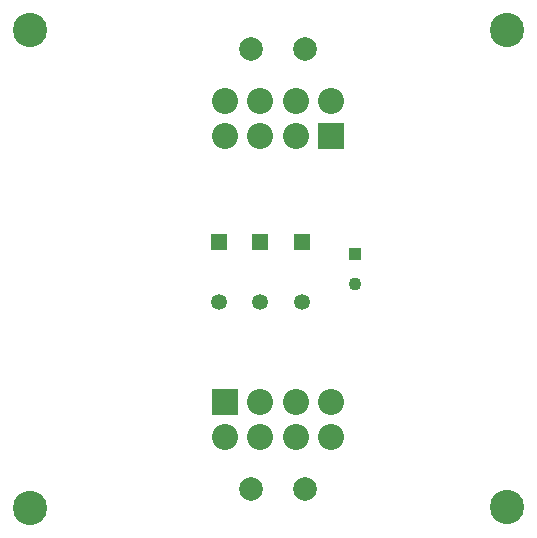
<source format=gbs>
G04*
G04 #@! TF.GenerationSoftware,Altium Limited,Altium Designer,19.1.7 (138)*
G04*
G04 Layer_Color=16711935*
%FSLAX25Y25*%
%MOIN*%
G70*
G01*
G75*
%ADD12C,0.05300*%
%ADD13R,0.05300X0.05300*%
%ADD14C,0.07887*%
%ADD15R,0.08674X0.08674*%
%ADD16C,0.08674*%
%ADD17C,0.04343*%
%ADD18R,0.04343X0.04343*%
%ADD19C,0.11430*%
D12*
X90551Y68583D02*
D03*
X76772D02*
D03*
X62992D02*
D03*
D13*
X90551Y88583D02*
D03*
X76772D02*
D03*
X62992D02*
D03*
D14*
X73622Y6299D02*
D03*
X91732D02*
D03*
Y153150D02*
D03*
X73622D02*
D03*
D15*
X64961Y35433D02*
D03*
X100394Y124016D02*
D03*
D16*
X76772Y35433D02*
D03*
X88583D02*
D03*
X100394D02*
D03*
X64961Y23622D02*
D03*
X76772D02*
D03*
X88583D02*
D03*
X100394D02*
D03*
X88583Y124016D02*
D03*
X76772D02*
D03*
X64961D02*
D03*
X100394Y135827D02*
D03*
X88583D02*
D03*
X76772D02*
D03*
X64961D02*
D03*
D17*
X108268Y74803D02*
D03*
D18*
Y84646D02*
D03*
D19*
X0Y0D02*
D03*
X159055Y394D02*
D03*
Y159449D02*
D03*
X0D02*
D03*
M02*

</source>
